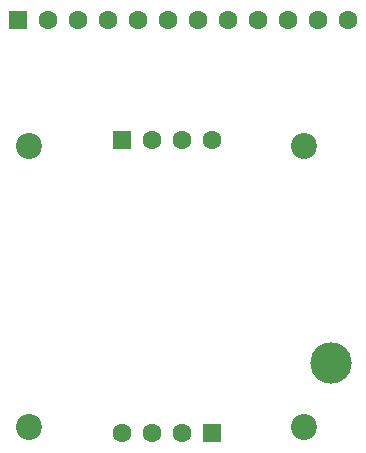
<source format=gbr>
G04 DipTrace 4.1.1.0*
G04 BottomMask.gbr*
%MOIN*%
G04 #@! TF.FileFunction,Soldermask,Bot*
G04 #@! TF.Part,Single*
%ADD25C,0.086614*%
%ADD26C,0.137795*%
%ADD35C,0.062992*%
%ADD37R,0.062992X0.062992*%
%FSLAX26Y26*%
G04*
G70*
G90*
G75*
G01*
G04 BotMask*
%LPD*%
D37*
X1119016Y594016D3*
D35*
X1019016D3*
X919016D3*
X819016D3*
D25*
X510354Y613701D3*
X1427677D3*
Y1548740D3*
X510354D3*
D37*
X819016Y1568440D3*
D35*
X919016D3*
X1019016D3*
X1119016D3*
D37*
X473932Y1968819D3*
D35*
X573932D3*
X673932D3*
X773932D3*
X873932D3*
X973932D3*
X1073932D3*
X1173932D3*
X1273923D3*
X1373923D3*
X1473923D3*
X1573923D3*
D26*
X1516063Y827087D3*
M02*

</source>
